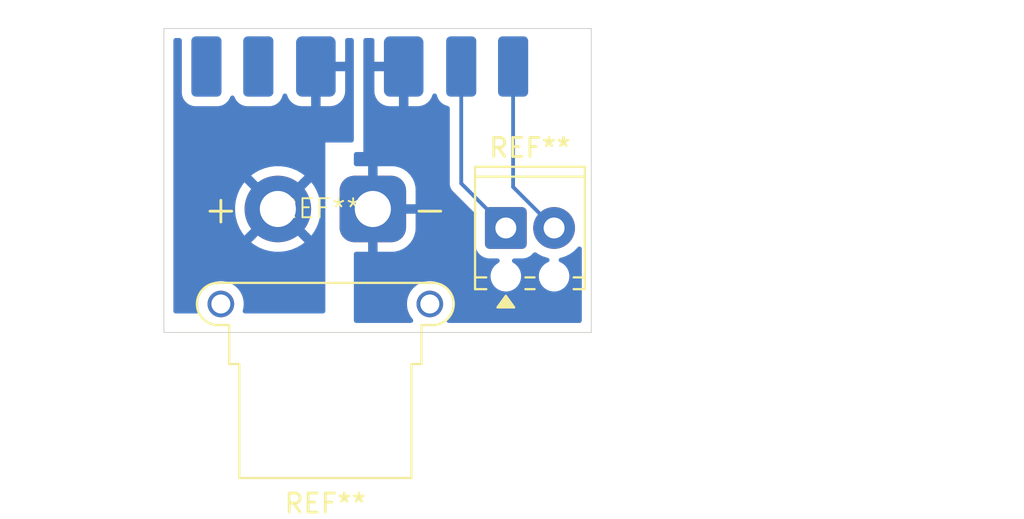
<source format=kicad_pcb>
(kicad_pcb (version 20241229) (generator "pcbnew") (generator_version "9.0")
  (layers (0 "F.Cu" signal) (2 "B.Cu" signal) (13 "F.Paste" user) (15 "B.Paste" user) (5 "F.SilkS" user "F.Silkscreen") (7 "B.SilkS" user "B.Silkscreen") (1 "F.Mask" user) (3 "B.Mask" user) (25 "Edge.Cuts" user))
  (net 0 "")
  (net 1 "VIN")
  (net 2 "GND")
  (net 3 "L")
  (net 4 "H")
  (footprint "Connector_AMASS:AMASS_XT30PW-F_1x02_P2.50mm_Horizontal" (layer "F.Cu") (at 143.5 102 180)
    (property "Reference" "REF**" (at 2.5 -15.5 0) (layer "F.SilkS"))
    (property "Value" "AMASS_XT30PW-F_1x02_P2.50mm_Horizontal")
    (fp_line (start 7.56 -6.11) (end 8.26 -6.11) (stroke (width 0.12)) (layer "F.SilkS"))
    (fp_line (start 7.56 -8.16) (end 7.56 -6.11) (stroke (width 0.12)) (layer "F.SilkS"))
    (fp_line (start 7.03 -8.16) (end 7.56 -8.16) (stroke (width 0.12)) (layer "F.SilkS"))
    (fp_line (start 7.03 -14.16) (end 7.03 -8.16) (stroke (width 0.12)) (layer "F.SilkS"))
    (fp_line (start -2.03 -14.16) (end 7 -14.16) (stroke (width 0.12)) (layer "F.SilkS"))
    (fp_line (start -2.03 -14.16) (end -2.03 -8.16) (stroke (width 0.12)) (layer "F.SilkS"))
    (fp_line (start -2.56 -8.16) (end -2.03 -8.16) (stroke (width 0.12)) (layer "F.SilkS"))
    (fp_line (start -2.56 -8.16) (end -2.56 -6.11) (stroke (width 0.12)) (layer "F.SilkS"))
    (fp_line (start -3.26 -3.89) (end 8.26 -3.89) (stroke (width 0.12)) (layer "F.SilkS"))
    (fp_line (start -3.26 -6.11) (end -2.56 -6.11) (stroke (width 0.12)) (layer "F.SilkS"))
    (fp_arc (start 8.15 -6.11) (mid 9.26 -5) (end 8.15 -3.89) (stroke (width 0.12)) (layer "F.SilkS"))
    (fp_arc (start -3.321729 -3.903365) (mid -4.256653 -5.086124) (end -3.15 -6.11) (stroke (width 0.12)) (layer "F.SilkS"))
    (fp_text user "+" (at 8 0 0) (layer "F.SilkS") (effects (font (size 1.5 1.5))))
    (fp_text user "-" (at -3 0 0) (layer "F.SilkS") (effects (font (size 1.5 1.5))))
    (pad "" thru_hole circle (at -3 -5 270) (size 1.4 1.4) (drill 1) (layers "*.Cu" "*.Mask"))
    (pad "" thru_hole circle (at 8 -5 180) (size 1.4 1.4) (drill 1) (layers "*.Cu" "*.Mask"))
    (pad "1" thru_hole roundrect (at 0 0 180) (size 3.5 3.5) (drill 1.9) (layers "*.Cu" "*.Mask") (roundrect_rratio 0.22) (net 2 "GND"))
    (pad "2" thru_hole circle (at 5 0 180) (size 3.5 3.5) (drill 1.9) (layers "*.Cu" "*.Mask") (net 1 "VIN"))
  )
  (footprint "TerminalBlock_Phoenix:TerminalBlock_Phoenix_MPT-0,5-2-2.54_1x02_P2.54mm_Horizontal" (layer "F.Cu") (at 150.5 103)
    (property "Reference" "REF**" (at 1.27 -4.22 0) (layer "F.SilkS"))
    (property "Value" "TerminalBlock_Phoenix_MPT-0,5-2-2.54_1x02_P2.54mm_Horizontal")
    (fp_line (start -1.62 -3.22) (end 4.16 -3.22) (stroke (width 0.12)) (layer "F.SilkS"))
    (fp_line (start -1.62 -2.7) (end 4.16 -2.7) (stroke (width 0.12)) (layer "F.SilkS"))
    (fp_line (start -1.62 2.6) (end -1.03 2.6) (stroke (width 0.12)) (layer "F.SilkS"))
    (fp_line (start -1.62 3.22) (end -1.62 -3.22) (stroke (width 0.12)) (layer "F.SilkS"))
    (fp_line (start -1.03 3.22) (end -1.62 3.22) (stroke (width 0.12)) (layer "F.SilkS"))
    (fp_line (start 1.03 2.6) (end 1.51 2.6) (stroke (width 0.12)) (layer "F.SilkS"))
    (fp_line (start 1.51 3.22) (end 1.03 3.22) (stroke (width 0.12)) (layer "F.SilkS"))
    (fp_line (start 3.57 2.6) (end 4.16 2.6) (stroke (width 0.12)) (layer "F.SilkS"))
    (fp_line (start 4.16 -3.22) (end 4.16 3.22) (stroke (width 0.12)) (layer "F.SilkS"))
    (fp_line (start 4.16 3.22) (end 3.57 3.22) (stroke (width 0.12)) (layer "F.SilkS"))
    (fp_poly (pts (xy 0 3.57) (xy 0.44 4.18) (xy -0.44 4.18)) (stroke (width 0.12)) (fill yes) (layer "F.SilkS"))
    (pad "" np_thru_hole circle (at 0 2.54) (size 1.1 1.1) (drill 1.1) (layers "*.Cu" "*.Mask"))
    (pad "" np_thru_hole circle (at 2.54 2.54) (size 1.1 1.1) (drill 1.1) (layers "*.Cu" "*.Mask"))
    (pad "1" thru_hole roundrect (at 0 0) (size 2.2 2.2) (drill 1.1) (layers "*.Cu" "*.Mask") (roundrect_rratio 0.113636) (net 4 "H"))
    (pad "2" thru_hole circle (at 2.54 0) (size 2.2 2.2) (drill 1.1) (layers "*.Cu" "*.Mask") (net 3 "L"))
  )
  (footprint "Adapter_RMD:Solder Pads" (layer "F.Cu") (at 140.39055 102.09)
    (property "Reference" "REF**" (at 0.31 -0.115 0) (layer "F.SilkS") (effects (font (thickness 0.1))))
    (property "Value" "Solder Pads")
    (pad "CAN H" smd roundrect (at -2.9195 -7.59 90) (size 3.175 1.5875) (layers "B.Cu" "B.Mask" "B.Paste") (roundrect_rratio 0.15) (net 4 "H"))
    (pad "CAN H" smd roundrect (at 7.7612 -7.59 90) (size 3.175 1.5875) (layers "B.Cu" "B.Mask" "B.Paste") (roundrect_rratio 0.15) (net 4 "H"))
    (pad "CAN L" smd roundrect (at -5.65 -7.59 90) (size 3.175 1.5875) (layers "B.Cu" "B.Mask" "B.Paste") (roundrect_rratio 0.15) (net 3 "L"))
    (pad "CAN L" smd roundrect (at 10.4917 -7.59 90) (size 3.175 1.5875) (layers "B.Cu" "B.Mask" "B.Paste") (roundrect_rratio 0.15) (net 3 "L"))
    (pad "GND" smd roundrect (at 4.73225 -7.59 90) (size 3.175 2.0828) (layers "B.Cu" "B.Mask" "B.Paste") (roundrect_rratio 0.15) (net 2 "GND"))
    (pad "VIN" smd roundrect (at 0.10945 -7.59 90) (size 3.175 2.0828) (layers "B.Cu" "B.Mask" "B.Paste") (roundrect_rratio 0.15) (net 1 "VIN"))
  )
  (gr_line (start 155 108.5) (end 132.5 108.5) (stroke (width 0.05)) (layer "Edge.Cuts"))
  (gr_line (start 132.5 108.5) (end 132.5 92.5) (stroke (width 0.05)) (layer "Edge.Cuts"))
  (gr_line (start 155 92.5) (end 155 108.5) (stroke (width 0.05)) (layer "Edge.Cuts"))
  (gr_line (start 132.5 92.5) (end 154.9968 92.5) (stroke (width 0.05)) (layer "Edge.Cuts"))
  (segment (start 150.88225 96) (end 150.88225 100.84225) (width 0.2) (layer "B.Cu") (net 3))
  (segment (start 150.88225 100.84225) (end 153.04 103) (width 0.2) (layer "B.Cu") (net 3))
  (segment (start 148.15175 96) (end 148.15175 100.65175) (width 0.2) (layer "B.Cu") (net 4))
  (segment (start 148.15175 100.65175) (end 150.5 103) (width 0.2) (layer "B.Cu") (net 4))
  (zone (net 2) (net_name "GND") (layer "B.Cu") (priority 1) (connect_pads (clearance 0.5)) (min_thickness 0.25) (fill yes (thermal_gap 0.5) (thermal_bridge_width 0.5))
    (polygon (pts (xy 143 91) (xy 156.5 91) (xy 156.5 108.5) (xy 142.5 108.5) (xy 142.5 99) (xy 143 99)))
  )
  (zone (net 1) (net_name "VIN") (layer "B.Cu") (connect_pads (clearance 0.5)) (min_thickness 0.25) (fill yes (thermal_gap 0.5) (thermal_bridge_width 0.5))
    (polygon (pts (xy 142.5 91) (xy 142.5 98.5) (xy 141 98.5) (xy 141 107.5) (xy 127.5 107.5) (xy 127.5 91)))
  )
)
</source>
